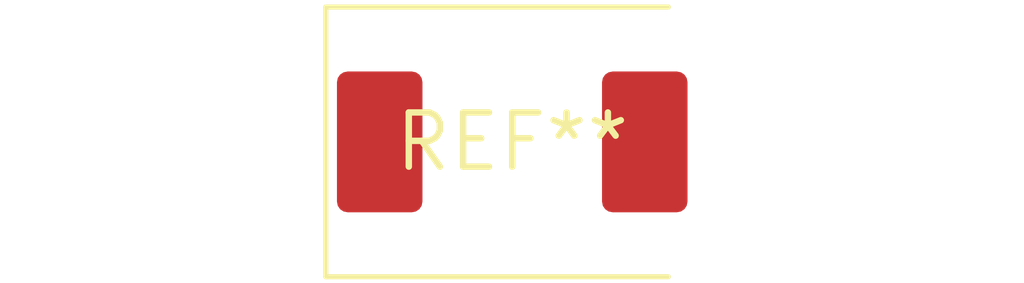
<source format=kicad_pcb>
(kicad_pcb (version 20240108) (generator pcbnew)
  (layers (0 "F.Cu" signal) (31 "B.Cu" signal) (34 "B.Paste" user) (35 "F.Paste" user) (36 "B.SilkS" user "B.Silkscreen") (37 "F.SilkS" user "F.Silkscreen") (38 "B.Mask" user) (39 "F.Mask" user) (44 "Edge.Cuts" user))
  (net 0 "")
  (footprint "CP_EIA-7361-38_AVX-V" (layer "F.Cu") (at 0 0)
    (property "Reference" "REF**")
    (property "Value" "CP_EIA-7361-38_AVX-V")
    (fp_line (start -4.36 -3.16) (end -4.36 3.16) (layer "F.SilkS") (stroke (width 0.12)))
    (fp_line (start -4.36 3.16) (end 3.65 3.16) (layer "F.SilkS") (stroke (width 0.12)))
    (fp_line (start 3.65 -3.16) (end -4.36 -3.16) (layer "F.SilkS") (stroke (width 0.12)))
    (pad "1" smd roundrect (at -3.1 0) (size 2 3.3) (layers "F.Cu" "F.Paste" "F.Mask") (roundrect_rratio 0.125))
    (pad "2" smd roundrect (at 3.1 0) (size 2 3.3) (layers "F.Cu" "F.Paste" "F.Mask") (roundrect_rratio 0.125))
  )
)
</source>
